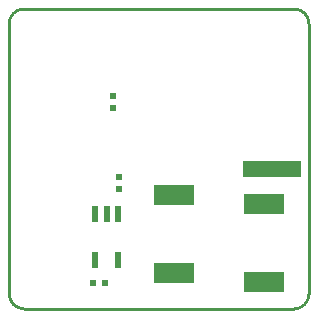
<source format=gbp>
G04 Layer_Color=128*
%FSLAX44Y44*%
%MOMM*%
G71*
G01*
G75*
%ADD10R,5.0000X1.4730*%
%ADD13R,0.5000X0.6000*%
%ADD19R,0.6000X0.5000*%
%ADD29C,0.2540*%
%ADD37R,3.4000X1.8000*%
%ADD38R,0.5000X1.4730*%
D10*
X222250Y118110D02*
D03*
D13*
X92710Y101680D02*
D03*
Y111680D02*
D03*
X87630Y180260D02*
D03*
Y170260D02*
D03*
D19*
X81200Y21590D02*
D03*
X71200D02*
D03*
D29*
X12700Y254000D02*
G03*
X0Y241300I0J-12700D01*
G01*
X254000D02*
G03*
X241300Y254000I-12700J0D01*
G01*
Y0D02*
G03*
X254000Y12700I0J12700D01*
G01*
X0D02*
G03*
X12700Y0I12700J0D01*
G01*
X0Y130810D02*
Y241300D01*
X12700Y254000D02*
X241300D01*
X254000Y12700D02*
Y241300D01*
X12700Y0D02*
X241300D01*
X0Y12700D02*
Y132080D01*
D37*
X215900Y22880D02*
D03*
Y88880D02*
D03*
X139700Y96480D02*
D03*
Y30480D02*
D03*
D38*
X92050Y41010D02*
D03*
X73050D02*
D03*
X92050Y80010D02*
D03*
X82550Y80010D02*
D03*
X73050Y80010D02*
D03*
M02*

</source>
